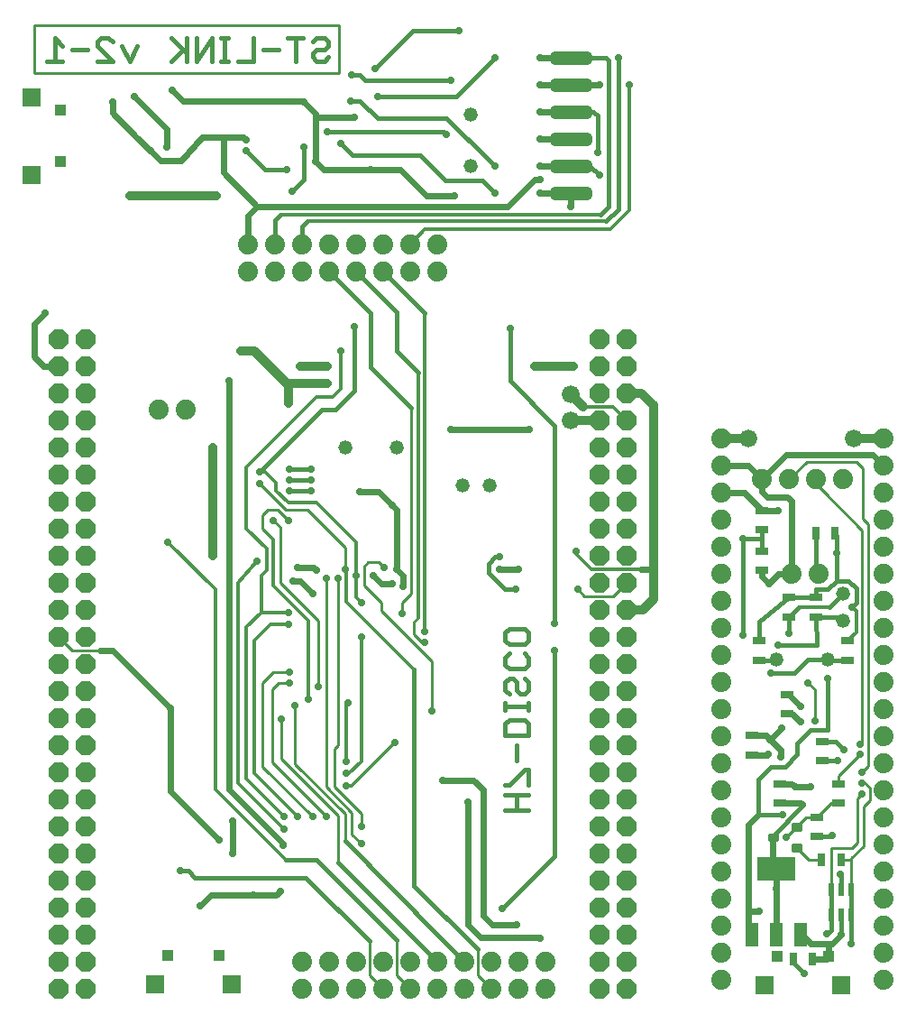
<source format=gbr>
G75*
%MOIN*%
%OFA0B0*%
%FSLAX25Y25*%
%IPPOS*%
%LPD*%
%AMOC8*
5,1,8,0,0,1.08239X$1,22.5*
%
%ADD10C,0.01500*%
%ADD11OC8,0.07400*%
%ADD12C,0.07400*%
%ADD13C,0.05200*%
%ADD14R,0.04000X0.04000*%
%ADD15R,0.07000X0.07000*%
%ADD16C,0.03750*%
%ADD17R,0.04724X0.03150*%
%ADD18R,0.03150X0.04724*%
%ADD19R,0.04800X0.08800*%
%ADD20R,0.14173X0.08661*%
%ADD21R,0.02362X0.04724*%
%ADD22C,0.01575*%
%ADD23C,0.02800*%
%ADD24C,0.01600*%
%ADD25C,0.03200*%
%ADD26C,0.02400*%
%ADD27C,0.01000*%
%ADD28C,0.01200*%
%ADD29C,0.06600*%
D10*
X0184603Y0073500D02*
X0193110Y0073500D01*
X0188856Y0073500D02*
X0188856Y0079172D01*
X0184603Y0079172D02*
X0193110Y0079172D01*
X0193110Y0082708D02*
X0193110Y0088379D01*
X0191692Y0088379D01*
X0186021Y0082708D01*
X0184603Y0082708D01*
X0188856Y0091916D02*
X0188856Y0097587D01*
X0184603Y0101124D02*
X0184603Y0105377D01*
X0186021Y0106795D01*
X0191692Y0106795D01*
X0193110Y0105377D01*
X0193110Y0101124D01*
X0184603Y0101124D01*
X0184603Y0110331D02*
X0184603Y0113167D01*
X0184603Y0111749D02*
X0193110Y0111749D01*
X0193110Y0110331D02*
X0193110Y0113167D01*
X0191692Y0116470D02*
X0190274Y0116470D01*
X0188856Y0117888D01*
X0188856Y0120724D01*
X0187438Y0122142D01*
X0186021Y0122142D01*
X0184603Y0120724D01*
X0184603Y0117888D01*
X0186021Y0116470D01*
X0191692Y0116470D02*
X0193110Y0117888D01*
X0193110Y0120724D01*
X0191692Y0122142D01*
X0191692Y0125678D02*
X0186021Y0125678D01*
X0184603Y0127096D01*
X0184603Y0129932D01*
X0186021Y0131349D01*
X0186021Y0134886D02*
X0184603Y0136304D01*
X0184603Y0139139D01*
X0186021Y0140557D01*
X0191692Y0140557D01*
X0193110Y0139139D01*
X0193110Y0136304D01*
X0191692Y0134886D01*
X0186021Y0134886D01*
X0191692Y0131349D02*
X0193110Y0129932D01*
X0193110Y0127096D01*
X0191692Y0125678D01*
X0117685Y0350250D02*
X0114849Y0350250D01*
X0113431Y0351668D01*
X0113431Y0353086D01*
X0114849Y0354504D01*
X0117685Y0354504D01*
X0119103Y0355922D01*
X0119103Y0357339D01*
X0117685Y0358757D01*
X0114849Y0358757D01*
X0113431Y0357339D01*
X0109895Y0358757D02*
X0104223Y0358757D01*
X0107059Y0358757D02*
X0107059Y0350250D01*
X0100687Y0354504D02*
X0095016Y0354504D01*
X0091479Y0358757D02*
X0091479Y0350250D01*
X0085808Y0350250D01*
X0082271Y0350250D02*
X0079436Y0350250D01*
X0080853Y0350250D02*
X0080853Y0358757D01*
X0079436Y0358757D02*
X0082271Y0358757D01*
X0076133Y0358757D02*
X0070461Y0350250D01*
X0070461Y0358757D01*
X0066925Y0358757D02*
X0066925Y0350250D01*
X0066925Y0353086D02*
X0061253Y0358757D01*
X0065507Y0354504D02*
X0061253Y0350250D01*
X0048509Y0355922D02*
X0045673Y0350250D01*
X0042838Y0355922D01*
X0039301Y0357339D02*
X0037883Y0358757D01*
X0035048Y0358757D01*
X0033630Y0357339D01*
X0033630Y0355922D01*
X0039301Y0350250D01*
X0033630Y0350250D01*
X0030093Y0354504D02*
X0024422Y0354504D01*
X0020886Y0355922D02*
X0018050Y0358757D01*
X0018050Y0350250D01*
X0020886Y0350250D02*
X0015214Y0350250D01*
X0076133Y0350250D02*
X0076133Y0358757D01*
X0117685Y0350250D02*
X0119103Y0351668D01*
D11*
X0019353Y0007500D03*
X0029353Y0007500D03*
X0029353Y0017500D03*
X0029353Y0027500D03*
X0029353Y0037500D03*
X0029353Y0047500D03*
X0029353Y0057500D03*
X0029353Y0067500D03*
X0029353Y0077500D03*
X0029353Y0087500D03*
X0029353Y0097500D03*
X0029353Y0107500D03*
X0029353Y0117500D03*
X0029353Y0127500D03*
X0029353Y0137500D03*
X0029353Y0147500D03*
X0029353Y0157500D03*
X0029353Y0167500D03*
X0029353Y0177500D03*
X0029353Y0187500D03*
X0029353Y0197500D03*
X0029353Y0207500D03*
X0029353Y0217500D03*
X0029353Y0227500D03*
X0029353Y0237500D03*
X0029353Y0247500D03*
X0019353Y0247500D03*
X0019353Y0237500D03*
X0019353Y0227500D03*
X0019353Y0217500D03*
X0019353Y0207500D03*
X0019353Y0197500D03*
X0019353Y0187500D03*
X0019353Y0177500D03*
X0019353Y0167500D03*
X0019353Y0157500D03*
X0019353Y0147500D03*
X0019353Y0137500D03*
X0019353Y0127500D03*
X0019353Y0117500D03*
X0019353Y0107500D03*
X0019353Y0097500D03*
X0019353Y0087500D03*
X0019353Y0077500D03*
X0019353Y0067500D03*
X0019353Y0057500D03*
X0019353Y0047500D03*
X0019353Y0037500D03*
X0019353Y0027500D03*
X0019353Y0017500D03*
X0219353Y0017500D03*
X0229353Y0017500D03*
X0229353Y0007500D03*
X0219353Y0007500D03*
X0219353Y0027500D03*
X0219353Y0037500D03*
X0229353Y0037500D03*
X0229353Y0027500D03*
X0229353Y0047500D03*
X0229353Y0057500D03*
X0229353Y0067500D03*
X0229353Y0077500D03*
X0229353Y0087500D03*
X0229353Y0097500D03*
X0229353Y0107500D03*
X0229353Y0117500D03*
X0229353Y0127500D03*
X0229353Y0137500D03*
X0229353Y0147500D03*
X0229353Y0157500D03*
X0229353Y0167500D03*
X0229353Y0177500D03*
X0229353Y0187500D03*
X0229353Y0197500D03*
X0229353Y0207500D03*
X0229353Y0217500D03*
X0229353Y0227500D03*
X0229353Y0237500D03*
X0229353Y0247500D03*
X0219353Y0247500D03*
X0219353Y0237500D03*
X0219353Y0227500D03*
X0219353Y0217500D03*
X0219353Y0207500D03*
X0219353Y0197500D03*
X0219353Y0187500D03*
X0219353Y0177500D03*
X0219353Y0167500D03*
X0219353Y0157500D03*
X0219353Y0147500D03*
X0219353Y0137500D03*
X0219353Y0127500D03*
X0219353Y0117500D03*
X0219353Y0107500D03*
X0219353Y0097500D03*
X0219353Y0087500D03*
X0219353Y0077500D03*
X0219353Y0067500D03*
X0219353Y0057500D03*
X0219353Y0047500D03*
D12*
X0199353Y0017500D03*
X0199353Y0007500D03*
X0189353Y0007500D03*
X0189353Y0017500D03*
X0179353Y0017500D03*
X0179353Y0007500D03*
X0169353Y0007500D03*
X0169353Y0017500D03*
X0159353Y0017500D03*
X0149353Y0017500D03*
X0149353Y0007500D03*
X0159353Y0007500D03*
X0139353Y0007500D03*
X0139353Y0017500D03*
X0129353Y0017500D03*
X0129353Y0007500D03*
X0119353Y0007500D03*
X0119353Y0017500D03*
X0109353Y0017500D03*
X0109353Y0007500D03*
X0264603Y0010750D03*
X0264603Y0020750D03*
X0264603Y0030750D03*
X0264603Y0040750D03*
X0264603Y0050750D03*
X0264603Y0060750D03*
X0264603Y0070750D03*
X0264603Y0080750D03*
X0264603Y0090750D03*
X0264603Y0100750D03*
X0264603Y0110750D03*
X0264603Y0120750D03*
X0264603Y0130750D03*
X0264603Y0140750D03*
X0264603Y0150750D03*
X0264603Y0160750D03*
X0264603Y0170750D03*
X0264603Y0180750D03*
X0264603Y0190750D03*
X0264603Y0200750D03*
X0264603Y0210750D03*
X0279603Y0195750D03*
X0289603Y0195750D03*
X0299603Y0195750D03*
X0309603Y0195750D03*
X0324603Y0190750D03*
X0324603Y0180750D03*
X0324603Y0170750D03*
X0324603Y0160750D03*
X0324603Y0150750D03*
X0324603Y0140750D03*
X0324603Y0130750D03*
X0324603Y0120750D03*
X0324603Y0110750D03*
X0324603Y0100750D03*
X0324603Y0090750D03*
X0324603Y0080750D03*
X0324603Y0070750D03*
X0324603Y0060750D03*
X0324603Y0050750D03*
X0324603Y0040750D03*
X0324603Y0030750D03*
X0324603Y0020750D03*
X0324603Y0010750D03*
X0300353Y0160750D03*
X0290353Y0160750D03*
X0324603Y0200750D03*
X0324603Y0210750D03*
X0159353Y0272500D03*
X0159353Y0282500D03*
X0149353Y0282500D03*
X0149353Y0272500D03*
X0139353Y0272500D03*
X0139353Y0282500D03*
X0129353Y0282500D03*
X0129353Y0272500D03*
X0119353Y0272500D03*
X0119353Y0282500D03*
X0109353Y0282500D03*
X0109353Y0272500D03*
X0099353Y0272500D03*
X0099353Y0282500D03*
X0089353Y0282500D03*
X0089353Y0272500D03*
X0066353Y0221500D03*
X0056353Y0221500D03*
D13*
X0125353Y0207500D03*
X0144353Y0207500D03*
X0168853Y0193500D03*
X0178853Y0193500D03*
X0171853Y0311500D03*
X0171853Y0330500D03*
X0309353Y0153500D03*
X0309353Y0143500D03*
X0303853Y0129000D03*
X0284853Y0129000D03*
D14*
X0285103Y0019500D03*
X0304103Y0019500D03*
X0078853Y0019750D03*
X0059853Y0019750D03*
X0020103Y0313000D03*
X0020103Y0332000D03*
D15*
X0009353Y0336750D03*
X0009353Y0308250D03*
X0055103Y0009000D03*
X0083603Y0009000D03*
X0280353Y0008750D03*
X0308853Y0008750D03*
D16*
X0202854Y0300875D02*
X0202854Y0302125D01*
X0214852Y0302125D01*
X0214852Y0300875D01*
X0202854Y0300875D01*
X0202854Y0310875D02*
X0202854Y0312125D01*
X0214852Y0312125D01*
X0214852Y0310875D01*
X0202854Y0310875D01*
X0202854Y0320875D02*
X0202854Y0322125D01*
X0214852Y0322125D01*
X0214852Y0320875D01*
X0202854Y0320875D01*
X0202854Y0330875D02*
X0202854Y0332125D01*
X0214852Y0332125D01*
X0214852Y0330875D01*
X0202854Y0330875D01*
X0202854Y0340875D02*
X0202854Y0342125D01*
X0214852Y0342125D01*
X0214852Y0340875D01*
X0202854Y0340875D01*
X0202854Y0350875D02*
X0202854Y0352125D01*
X0214852Y0352125D01*
X0214852Y0350875D01*
X0202854Y0350875D01*
D17*
X0279603Y0184293D03*
X0279603Y0177207D03*
X0279603Y0169293D03*
X0279603Y0162207D03*
X0289603Y0152043D03*
X0289603Y0144957D03*
X0299603Y0144957D03*
X0299603Y0152043D03*
X0311103Y0136043D03*
X0311103Y0128957D03*
X0288853Y0116293D03*
X0288853Y0109207D03*
X0301853Y0098793D03*
X0301853Y0091707D03*
X0307853Y0083293D03*
X0307853Y0076207D03*
X0299853Y0070793D03*
X0299853Y0063707D03*
X0286103Y0076207D03*
X0286103Y0083293D03*
X0275853Y0093957D03*
X0275853Y0101043D03*
X0278353Y0128957D03*
X0278353Y0136043D03*
D18*
X0299309Y0175750D03*
X0306396Y0175750D03*
X0308646Y0055000D03*
X0301559Y0055000D03*
X0298146Y0018500D03*
X0291059Y0018500D03*
D19*
X0293953Y0027550D03*
X0284853Y0027550D03*
X0275753Y0027550D03*
D20*
X0284853Y0051951D03*
D21*
X0305113Y0044000D03*
X0308853Y0044000D03*
X0312593Y0044000D03*
X0312593Y0034945D03*
X0308853Y0034945D03*
X0305113Y0034945D03*
D22*
X0291002Y0058972D02*
X0291002Y0060548D01*
X0293364Y0060548D01*
X0293364Y0058972D01*
X0291002Y0058972D01*
X0291002Y0060546D02*
X0293364Y0060546D01*
X0291002Y0066452D02*
X0291002Y0068028D01*
X0293364Y0068028D01*
X0293364Y0066452D01*
X0291002Y0066452D01*
X0291002Y0068026D02*
X0293364Y0068026D01*
X0282341Y0064288D02*
X0282341Y0062712D01*
X0282341Y0064288D02*
X0284703Y0064288D01*
X0284703Y0062712D01*
X0282341Y0062712D01*
X0282341Y0064286D02*
X0284703Y0064286D01*
D23*
X0288353Y0063500D03*
X0287103Y0071750D03*
X0294603Y0075500D03*
X0291853Y0082000D03*
X0297603Y0082000D03*
X0307353Y0091750D03*
X0309853Y0095750D03*
X0315853Y0094000D03*
X0315853Y0097750D03*
X0316603Y0087500D03*
X0316603Y0083500D03*
X0316603Y0079500D03*
X0305603Y0064000D03*
X0308603Y0049750D03*
X0308853Y0027500D03*
X0312603Y0024250D03*
X0303603Y0027750D03*
X0295103Y0013000D03*
X0278353Y0036000D03*
X0284853Y0044500D03*
X0286353Y0093000D03*
X0281853Y0094000D03*
X0282603Y0099500D03*
X0286853Y0103750D03*
X0293853Y0106000D03*
X0293853Y0111750D03*
X0299103Y0106500D03*
X0296603Y0120500D03*
X0303853Y0122000D03*
X0289603Y0138750D03*
X0285603Y0134500D03*
X0282853Y0124250D03*
X0272353Y0138250D03*
X0282103Y0157250D03*
X0272353Y0173750D03*
X0285603Y0184250D03*
X0307103Y0168500D03*
X0312853Y0148500D03*
X0211353Y0155000D03*
X0210853Y0169000D03*
X0189353Y0162500D03*
X0182353Y0162500D03*
X0182353Y0167000D03*
X0188353Y0155000D03*
X0202853Y0142500D03*
X0202853Y0132500D03*
X0157353Y0110000D03*
X0143853Y0098500D03*
X0125853Y0091500D03*
X0125853Y0087000D03*
X0125853Y0082500D03*
X0118353Y0071000D03*
X0113353Y0071000D03*
X0107853Y0071000D03*
X0102853Y0071000D03*
X0102853Y0066500D03*
X0102353Y0060500D03*
X0101353Y0043500D03*
X0091353Y0042000D03*
X0083853Y0057500D03*
X0078853Y0062500D03*
X0083853Y0069500D03*
X0064353Y0051000D03*
X0071853Y0038000D03*
X0131353Y0061000D03*
X0131353Y0067500D03*
X0161353Y0084500D03*
X0170853Y0076500D03*
X0183353Y0037000D03*
X0188853Y0031000D03*
X0197353Y0026000D03*
X0126353Y0113000D03*
X0115353Y0119000D03*
X0111853Y0114500D03*
X0106853Y0112000D03*
X0101853Y0107000D03*
X0104853Y0120500D03*
X0104853Y0124500D03*
X0104353Y0142000D03*
X0104353Y0146500D03*
X0113353Y0153500D03*
X0118353Y0159000D03*
X0114853Y0162000D03*
X0107853Y0163000D03*
X0106103Y0158000D03*
X0092853Y0165500D03*
X0098853Y0180500D03*
X0104353Y0180500D03*
X0104853Y0191500D03*
X0104853Y0195500D03*
X0104853Y0199500D03*
X0112853Y0199500D03*
X0112853Y0195500D03*
X0112853Y0191500D03*
X0130853Y0191000D03*
X0142853Y0186000D03*
X0139853Y0163000D03*
X0144353Y0162500D03*
X0142853Y0157000D03*
X0146853Y0156000D03*
X0146353Y0146000D03*
X0154884Y0139469D03*
X0154853Y0135500D03*
X0131353Y0137500D03*
X0131353Y0150000D03*
X0129353Y0160000D03*
X0125353Y0162500D03*
X0122853Y0159000D03*
X0135853Y0160000D03*
X0093853Y0194000D03*
X0093853Y0198500D03*
X0076353Y0207500D03*
X0082353Y0232000D03*
X0086853Y0243000D03*
X0104353Y0223750D03*
X0108853Y0237500D03*
X0118853Y0237500D03*
X0118853Y0231000D03*
X0123853Y0243000D03*
X0128853Y0252000D03*
X0164353Y0214000D03*
X0193353Y0214000D03*
X0195353Y0237500D03*
X0209853Y0237500D03*
X0186353Y0251500D03*
X0208853Y0296500D03*
X0197353Y0301500D03*
X0197353Y0306500D03*
X0197353Y0311500D03*
X0197353Y0321500D03*
X0197353Y0331500D03*
X0197353Y0341500D03*
X0197353Y0351500D03*
X0180853Y0351500D03*
X0167353Y0361500D03*
X0164353Y0343000D03*
X0162853Y0323000D03*
X0180853Y0311500D03*
X0180853Y0301500D03*
X0165853Y0300500D03*
X0134853Y0310000D03*
X0123853Y0319750D03*
X0118853Y0324125D03*
X0128853Y0329500D03*
X0127353Y0335500D03*
X0127853Y0345000D03*
X0136603Y0347500D03*
X0137353Y0337000D03*
X0114353Y0313000D03*
X0110103Y0318500D03*
X0103853Y0310000D03*
X0105728Y0302250D03*
X0088853Y0317000D03*
X0088853Y0321000D03*
X0077853Y0300500D03*
X0059353Y0318500D03*
X0053478Y0317000D03*
X0039353Y0335000D03*
X0047353Y0337000D03*
X0061353Y0339500D03*
X0045853Y0300500D03*
X0014353Y0257000D03*
X0059853Y0172500D03*
X0076353Y0167500D03*
X0060853Y0111000D03*
X0219353Y0308000D03*
X0218853Y0316500D03*
X0219353Y0341500D03*
X0230353Y0341500D03*
X0226353Y0351500D03*
X0110103Y0335000D03*
D24*
X0118853Y0324125D02*
X0161728Y0324125D01*
X0162853Y0323000D01*
X0162853Y0329000D02*
X0137353Y0329000D01*
X0130853Y0335500D01*
X0127353Y0335500D01*
X0132853Y0343000D02*
X0164353Y0343000D01*
X0166353Y0337000D02*
X0137353Y0337000D01*
X0132853Y0343000D02*
X0130853Y0345000D01*
X0127853Y0345000D01*
X0136603Y0347500D02*
X0150603Y0361500D01*
X0167353Y0361500D01*
X0180853Y0351500D02*
X0166353Y0337000D01*
X0162853Y0329000D02*
X0178853Y0313500D01*
X0180853Y0311500D01*
X0176228Y0306000D02*
X0180853Y0301500D01*
X0176228Y0306000D02*
X0162603Y0306000D01*
X0153103Y0315500D01*
X0128103Y0315500D01*
X0123853Y0319750D01*
X0110103Y0318500D02*
X0110103Y0306625D01*
X0105728Y0302250D01*
X0103853Y0310000D02*
X0095853Y0310000D01*
X0088853Y0317000D01*
X0101353Y0293500D02*
X0099353Y0291500D01*
X0099353Y0282500D01*
X0109353Y0282500D02*
X0109353Y0289000D01*
X0111353Y0291000D01*
X0119353Y0272500D02*
X0134853Y0257000D01*
X0134853Y0237000D01*
X0149853Y0222000D01*
X0152353Y0235000D02*
X0144353Y0243000D01*
X0144353Y0257500D01*
X0129353Y0272500D01*
X0139353Y0272500D02*
X0154853Y0257000D01*
X0128853Y0252000D02*
X0128853Y0228500D01*
X0121853Y0221500D01*
X0116853Y0221500D01*
X0093853Y0198500D01*
X0104853Y0199500D02*
X0112853Y0199500D01*
X0112853Y0195500D02*
X0104853Y0195500D01*
X0104853Y0191500D02*
X0112853Y0191500D01*
X0150853Y0125500D02*
X0150853Y0045500D01*
X0174353Y0022000D01*
X0169353Y0017500D02*
X0160353Y0026500D01*
X0125353Y0062000D01*
X0122853Y0054000D02*
X0159353Y0017500D01*
X0144353Y0025500D02*
X0114853Y0055000D01*
X0103353Y0055000D01*
X0110853Y0048500D02*
X0069853Y0048500D01*
X0067353Y0051000D01*
X0064353Y0051000D01*
X0110853Y0048500D02*
X0134353Y0025000D01*
X0183353Y0037000D02*
X0202853Y0056500D01*
X0202853Y0132500D01*
X0202853Y0142500D02*
X0202853Y0215500D01*
X0186353Y0232000D01*
X0186353Y0251500D01*
X0221853Y0291000D02*
X0226353Y0295500D01*
X0226353Y0351500D01*
X0222853Y0350500D02*
X0221853Y0351500D01*
X0209353Y0351500D01*
X0222853Y0350500D02*
X0222853Y0296500D01*
X0219853Y0293500D01*
X0219353Y0308000D02*
X0215728Y0311625D01*
X0218853Y0316500D02*
X0218853Y0330000D01*
X0217228Y0331625D01*
X0208853Y0331500D01*
X0279603Y0177207D02*
X0279603Y0173750D01*
X0272353Y0173750D01*
X0272353Y0138250D01*
X0278353Y0136043D02*
X0278353Y0143043D01*
X0289603Y0152043D01*
X0299603Y0152043D01*
X0299603Y0155000D01*
X0303853Y0155000D01*
X0307103Y0158250D01*
X0307103Y0168500D01*
X0307103Y0174750D01*
X0306396Y0175750D01*
X0299309Y0175750D02*
X0299309Y0161793D01*
X0300353Y0160750D01*
X0307103Y0158250D02*
X0311603Y0158250D01*
X0314353Y0155500D01*
X0314353Y0150000D01*
X0312853Y0148500D01*
X0307896Y0144957D02*
X0309353Y0143500D01*
X0307896Y0144957D02*
X0299603Y0144957D01*
X0299646Y0134500D01*
X0285603Y0134500D01*
X0284853Y0129000D02*
X0283146Y0128957D01*
X0278353Y0128957D01*
X0282853Y0124250D02*
X0291603Y0124250D01*
X0296353Y0129000D01*
X0303853Y0129000D01*
X0306559Y0128957D01*
X0311103Y0128957D01*
X0303853Y0122000D02*
X0303853Y0103250D01*
X0297603Y0103250D01*
X0292603Y0098250D01*
X0292603Y0094000D01*
X0288103Y0089500D01*
X0282853Y0089500D01*
X0278103Y0084750D01*
X0278103Y0071750D01*
X0287103Y0071750D01*
X0294603Y0075000D02*
X0283522Y0063919D01*
X0299853Y0063707D02*
X0305309Y0063707D01*
X0308603Y0049750D02*
X0308853Y0049500D01*
X0308853Y0044000D01*
X0312593Y0044000D02*
X0312593Y0034945D01*
X0312593Y0029490D01*
X0312603Y0024250D01*
X0308853Y0027500D02*
X0308853Y0034945D01*
X0305113Y0034945D02*
X0305103Y0029250D01*
X0303603Y0027750D01*
X0304353Y0024000D02*
X0304103Y0023750D01*
X0294603Y0027550D02*
X0293953Y0027550D01*
X0291059Y0018500D02*
X0291059Y0017043D01*
X0295103Y0013000D01*
X0275753Y0027550D02*
X0274603Y0029450D01*
X0305113Y0034945D02*
X0305113Y0044000D01*
X0305896Y0091707D02*
X0301853Y0091707D01*
X0305896Y0091707D02*
X0307353Y0091750D01*
X0309853Y0095750D02*
X0306809Y0098793D01*
X0301853Y0098793D01*
X0290559Y0109250D02*
X0288853Y0109207D01*
X0281853Y0094000D02*
X0281396Y0093957D01*
X0289603Y0138750D02*
X0289603Y0144957D01*
X0293146Y0148500D01*
X0304353Y0148500D02*
X0309353Y0153500D01*
X0279603Y0169293D02*
X0279603Y0173750D01*
X0188353Y0155000D02*
X0184353Y0155000D01*
X0178353Y0161000D01*
X0178353Y0164500D01*
X0180853Y0167000D01*
X0182353Y0167000D01*
D25*
X0208853Y0217500D02*
X0219353Y0217500D01*
X0213603Y0222500D02*
X0208853Y0227250D01*
X0209853Y0237500D02*
X0195353Y0237500D01*
X0229353Y0227500D02*
X0234853Y0227500D01*
X0239353Y0223000D01*
X0239353Y0162500D01*
X0239353Y0151500D01*
X0235353Y0147500D01*
X0229353Y0147500D01*
X0264603Y0210750D02*
X0274603Y0210750D01*
X0313603Y0210750D02*
X0324603Y0210750D01*
X0118853Y0231000D02*
X0104603Y0231000D01*
X0104353Y0230750D01*
X0104353Y0223750D01*
X0104603Y0231000D02*
X0103853Y0231000D01*
X0091853Y0243000D01*
X0086853Y0243000D01*
X0108853Y0237500D02*
X0118853Y0237500D01*
X0076353Y0207500D02*
X0076353Y0167500D01*
X0077853Y0300500D02*
X0045853Y0300500D01*
D26*
X0056978Y0313500D02*
X0053478Y0317000D01*
X0048228Y0322250D01*
X0039353Y0331000D01*
X0039353Y0335000D01*
X0047353Y0337000D02*
X0059353Y0325000D01*
X0059353Y0318500D01*
X0056978Y0313500D02*
X0064853Y0313500D01*
X0072353Y0322000D01*
X0080353Y0322000D01*
X0087853Y0322000D01*
X0088853Y0321000D01*
X0080353Y0322000D02*
X0080353Y0309000D01*
X0092853Y0296500D01*
X0089353Y0293000D01*
X0089353Y0282500D01*
X0092853Y0296500D02*
X0185353Y0296500D01*
X0195353Y0306500D01*
X0197353Y0306500D01*
X0197353Y0311500D02*
X0208853Y0311500D01*
X0208853Y0301500D02*
X0197353Y0301500D01*
X0208853Y0301500D02*
X0208853Y0296500D01*
X0208853Y0321500D02*
X0197353Y0321500D01*
X0197353Y0331500D02*
X0208853Y0331500D01*
X0208853Y0341500D02*
X0197353Y0341500D01*
X0197353Y0351500D02*
X0208853Y0351500D01*
X0208853Y0341500D02*
X0219353Y0341500D01*
X0165853Y0300500D02*
X0155353Y0300500D01*
X0145853Y0310000D01*
X0134853Y0310000D01*
X0117353Y0310000D01*
X0114353Y0313000D01*
X0114353Y0329500D01*
X0114353Y0330750D01*
X0110103Y0335000D01*
X0109103Y0335500D01*
X0065353Y0335500D01*
X0061353Y0339500D01*
X0114353Y0329500D02*
X0128853Y0329500D01*
X0082353Y0232000D02*
X0082353Y0081000D01*
X0102353Y0061000D01*
X0102353Y0060500D01*
X0101353Y0043500D02*
X0099853Y0042000D01*
X0091353Y0042000D01*
X0075853Y0042000D01*
X0071853Y0038000D01*
X0083853Y0057500D02*
X0083853Y0069500D01*
X0078853Y0062500D02*
X0060853Y0080500D01*
X0060853Y0111000D01*
X0039353Y0132500D01*
X0034853Y0132500D01*
X0106103Y0158000D02*
X0108853Y0158000D01*
X0113353Y0153500D01*
X0114853Y0162000D02*
X0113853Y0163000D01*
X0107853Y0163000D01*
X0130853Y0191000D02*
X0137853Y0191000D01*
X0142853Y0186000D01*
X0144353Y0184500D01*
X0144353Y0162500D01*
X0146853Y0160000D01*
X0146853Y0156000D01*
X0142853Y0157000D02*
X0138853Y0157000D01*
X0135853Y0160000D01*
X0182353Y0162500D02*
X0189353Y0162500D01*
X0229353Y0147500D02*
X0234853Y0147500D01*
X0239353Y0152000D01*
X0239353Y0162500D01*
X0234853Y0162500D01*
X0264603Y0190750D02*
X0273146Y0190750D01*
X0279603Y0184293D01*
X0283603Y0184250D01*
X0285603Y0184250D01*
X0290353Y0187750D02*
X0290353Y0160750D01*
X0285603Y0160750D01*
X0282103Y0157250D01*
X0279603Y0159750D01*
X0279603Y0162207D01*
X0290353Y0187750D02*
X0288853Y0189250D01*
X0281603Y0189250D01*
X0279603Y0191250D01*
X0279603Y0195750D01*
X0288603Y0204750D01*
X0320603Y0204750D01*
X0324603Y0200750D01*
X0279603Y0195750D02*
X0274603Y0200750D01*
X0264603Y0200750D01*
X0193353Y0214000D02*
X0164353Y0214000D01*
X0275853Y0101043D02*
X0281059Y0101043D01*
X0282603Y0099500D01*
X0286353Y0095750D01*
X0286353Y0093000D01*
X0281396Y0093957D02*
X0275853Y0093957D01*
X0282603Y0099500D02*
X0286853Y0103750D01*
X0290559Y0109250D02*
X0293853Y0106000D01*
X0293853Y0111750D02*
X0289309Y0116293D01*
X0290559Y0083293D02*
X0286103Y0083293D01*
X0290559Y0083293D02*
X0291853Y0082000D01*
X0297603Y0082000D01*
X0293896Y0076207D02*
X0294603Y0075500D01*
X0293896Y0076207D02*
X0286103Y0076207D01*
X0278103Y0071750D02*
X0274603Y0068250D01*
X0274603Y0036000D01*
X0278353Y0036000D01*
X0274603Y0036000D02*
X0274603Y0029450D01*
X0284853Y0027550D02*
X0284853Y0044500D01*
X0284853Y0051951D01*
X0283522Y0053281D02*
X0283522Y0063500D01*
X0294603Y0027550D02*
X0297353Y0024000D01*
X0304353Y0024000D01*
X0305353Y0024000D01*
X0308853Y0027500D01*
X0304103Y0023750D02*
X0304103Y0019500D01*
X0303353Y0018500D02*
X0298146Y0018500D01*
X0197353Y0026000D02*
X0196853Y0026500D01*
X0175353Y0026500D01*
X0170853Y0031000D01*
X0170853Y0076500D01*
X0176353Y0081000D02*
X0176353Y0034500D01*
X0179853Y0031000D01*
X0188853Y0031000D01*
X0176353Y0081000D02*
X0172853Y0084500D01*
X0161353Y0084500D01*
X0019353Y0237500D02*
X0013853Y0237500D01*
X0010353Y0241000D01*
X0010353Y0253000D01*
X0014353Y0257000D01*
D27*
X0010603Y0345750D02*
X0123103Y0345750D01*
X0123103Y0363500D01*
X0010603Y0363500D01*
X0010603Y0345750D01*
X0093853Y0194000D02*
X0103353Y0184500D01*
X0111353Y0184500D01*
X0125353Y0170500D01*
X0125353Y0162500D01*
X0122853Y0159000D02*
X0122853Y0097500D01*
X0121353Y0096000D01*
X0121353Y0082000D01*
X0131353Y0072000D01*
X0131353Y0067500D01*
X0127853Y0064500D02*
X0131353Y0061000D01*
X0127853Y0064500D02*
X0127853Y0072500D01*
X0118353Y0082000D01*
X0118353Y0159000D01*
X0115353Y0143500D02*
X0101353Y0157500D01*
X0101353Y0178000D01*
X0098853Y0180500D01*
X0100353Y0184500D02*
X0096853Y0184500D01*
X0094853Y0182500D01*
X0094853Y0177500D01*
X0098853Y0173500D01*
X0104353Y0180500D02*
X0100353Y0184500D01*
X0132353Y0163500D02*
X0132353Y0156500D01*
X0138853Y0150000D01*
X0138853Y0147000D01*
X0157353Y0128500D01*
X0157353Y0110000D01*
X0154853Y0135500D02*
X0153853Y0135500D01*
X0150853Y0138500D01*
X0150853Y0143000D01*
X0152353Y0144500D01*
X0146353Y0146000D02*
X0146353Y0150000D01*
X0149853Y0153500D01*
X0149853Y0222000D01*
X0137853Y0165000D02*
X0133853Y0165000D01*
X0132353Y0163500D01*
X0137853Y0165000D02*
X0139853Y0163000D01*
X0115353Y0143500D02*
X0115353Y0119000D01*
X0106853Y0112000D02*
X0106853Y0090500D01*
X0125353Y0072000D01*
X0125353Y0062000D01*
X0122853Y0054000D02*
X0122853Y0071500D01*
X0101853Y0092500D01*
X0101853Y0107000D01*
X0098353Y0118000D02*
X0100853Y0120500D01*
X0104853Y0120500D01*
X0104853Y0124500D02*
X0098853Y0124500D01*
X0094853Y0120500D01*
X0094853Y0089500D01*
X0113353Y0071000D01*
X0118353Y0071000D02*
X0098353Y0091000D01*
X0098353Y0118000D01*
X0125853Y0112500D02*
X0126353Y0113000D01*
X0125853Y0087000D02*
X0126853Y0087000D01*
X0134353Y0025000D02*
X0134353Y0012500D01*
X0139353Y0007500D01*
X0144353Y0012500D02*
X0149353Y0007500D01*
X0144353Y0012500D02*
X0144353Y0025500D01*
X0174353Y0022000D02*
X0174353Y0012500D01*
X0179353Y0007500D01*
X0283522Y0053281D02*
X0284853Y0051951D01*
X0292183Y0059760D02*
X0296943Y0055000D01*
X0301559Y0055000D01*
X0305103Y0051500D02*
X0305103Y0059510D01*
X0312863Y0059510D01*
X0314853Y0061500D01*
X0314853Y0077750D01*
X0316603Y0079500D01*
X0319353Y0081750D02*
X0317603Y0083500D01*
X0316603Y0083500D01*
X0319353Y0081750D02*
X0319353Y0077000D01*
X0317103Y0074750D01*
X0317103Y0060260D01*
X0312603Y0055760D01*
X0312603Y0055000D01*
X0308646Y0055000D01*
X0305103Y0051500D02*
X0305113Y0044000D01*
X0312593Y0044000D02*
X0312603Y0054500D01*
X0312603Y0055000D01*
X0305309Y0063707D02*
X0305603Y0064000D01*
X0299853Y0070793D02*
X0305266Y0076207D01*
X0307853Y0076207D01*
X0307853Y0083293D02*
X0307853Y0086000D01*
X0315853Y0094000D01*
X0315853Y0097750D02*
X0316603Y0098500D01*
X0316603Y0176750D01*
X0302353Y0191250D01*
X0299603Y0194000D01*
X0299603Y0195750D01*
X0296103Y0202250D02*
X0314353Y0202250D01*
X0316853Y0199750D01*
X0316853Y0181000D01*
X0318853Y0179000D01*
X0318853Y0089750D01*
X0316603Y0087500D01*
X0299853Y0070793D02*
X0295737Y0070793D01*
X0292183Y0067240D01*
X0292093Y0067240D01*
X0288353Y0063500D01*
X0283522Y0063500D02*
X0283522Y0063919D01*
X0294603Y0075000D02*
X0294603Y0075500D01*
X0299103Y0106500D02*
X0299103Y0118000D01*
X0296603Y0120500D01*
X0289309Y0116293D02*
X0288853Y0116293D01*
X0229353Y0157500D02*
X0224353Y0152500D01*
X0213853Y0152500D01*
X0211353Y0155000D01*
X0210853Y0168000D02*
X0210853Y0169000D01*
X0289603Y0195750D02*
X0296103Y0202250D01*
X0215728Y0311625D02*
X0208853Y0311500D01*
X0208853Y0351500D02*
X0209353Y0351500D01*
X0019353Y0137500D02*
X0024353Y0132500D01*
X0034853Y0132500D01*
D28*
X0059853Y0172500D02*
X0077353Y0155000D01*
X0077353Y0081000D01*
X0103353Y0055000D01*
X0102853Y0066500D02*
X0085853Y0083500D01*
X0085853Y0157500D01*
X0092853Y0165500D01*
X0096353Y0162000D02*
X0094353Y0160000D01*
X0094353Y0146500D01*
X0104353Y0146500D01*
X0104353Y0142000D02*
X0097853Y0142000D01*
X0091853Y0136000D01*
X0091853Y0087000D01*
X0107853Y0071000D01*
X0102853Y0071000D02*
X0088853Y0085000D01*
X0088853Y0141000D01*
X0094353Y0146500D01*
X0098853Y0156500D02*
X0098853Y0173500D01*
X0096353Y0170000D02*
X0088853Y0177500D01*
X0088853Y0200000D01*
X0114853Y0226000D01*
X0120853Y0226000D01*
X0123853Y0229000D01*
X0123853Y0243000D01*
X0152353Y0235000D02*
X0152353Y0144500D01*
X0154884Y0139469D02*
X0154884Y0231469D01*
X0154853Y0257000D01*
X0149353Y0282500D02*
X0154853Y0288000D01*
X0223353Y0288000D01*
X0230353Y0295000D01*
X0230353Y0341500D01*
X0219853Y0293500D02*
X0101353Y0293500D01*
X0111353Y0291000D02*
X0221853Y0291000D01*
X0224353Y0222500D02*
X0213603Y0222500D01*
X0224353Y0222500D02*
X0229353Y0217500D01*
X0210853Y0168000D02*
X0216353Y0162500D01*
X0234853Y0162500D01*
X0293146Y0148500D02*
X0304353Y0148500D01*
X0312853Y0148500D02*
X0314353Y0147000D01*
X0314353Y0139293D01*
X0311103Y0136043D01*
X0150853Y0125500D02*
X0125853Y0150500D01*
X0125853Y0162000D01*
X0125353Y0162500D01*
X0129353Y0160000D02*
X0129353Y0172500D01*
X0114853Y0187000D01*
X0104353Y0187000D01*
X0099853Y0191500D01*
X0099853Y0194500D01*
X0095853Y0198500D01*
X0093853Y0198500D01*
X0096353Y0170000D02*
X0096353Y0162000D01*
X0098853Y0156500D02*
X0111853Y0143500D01*
X0111853Y0114500D01*
X0125853Y0112500D02*
X0125853Y0091500D01*
X0126853Y0087000D02*
X0131353Y0091500D01*
X0131353Y0137500D01*
X0131353Y0150000D02*
X0129353Y0152000D01*
X0129353Y0160000D01*
X0143853Y0098500D02*
X0127853Y0082500D01*
X0125853Y0082500D01*
D29*
X0208853Y0217500D03*
X0208853Y0227250D03*
X0274603Y0210750D03*
X0313603Y0210750D03*
M02*

</source>
